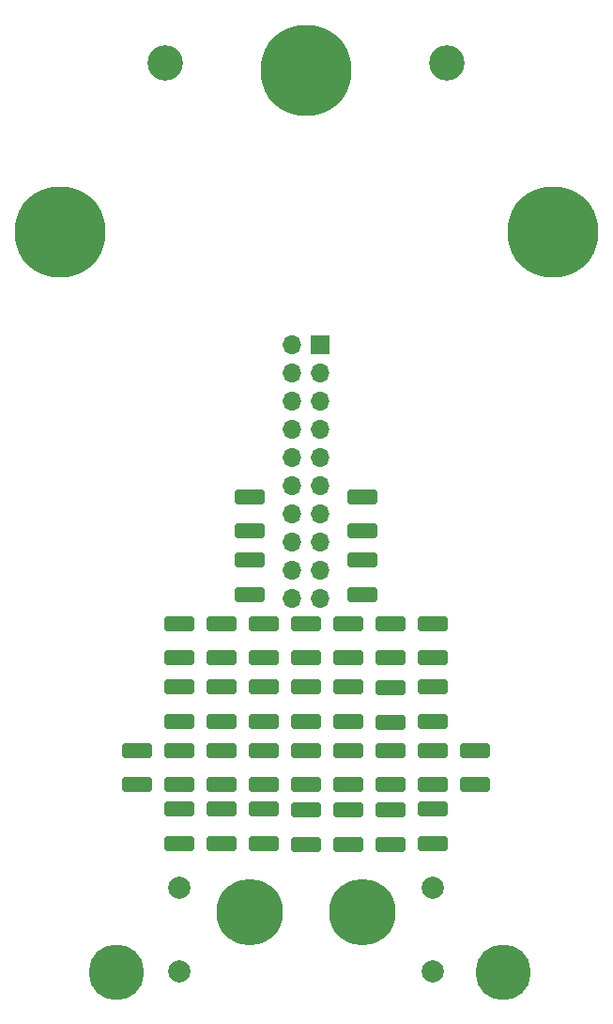
<source format=gbr>
%TF.GenerationSoftware,KiCad,Pcbnew,7.0.6*%
%TF.CreationDate,2023-12-21T21:59:25+03:00*%
%TF.ProjectId,_______ _____,21383b3e-3230-44f2-903f-3b3042302e6b,rev?*%
%TF.SameCoordinates,Original*%
%TF.FileFunction,Soldermask,Bot*%
%TF.FilePolarity,Negative*%
%FSLAX46Y46*%
G04 Gerber Fmt 4.6, Leading zero omitted, Abs format (unit mm)*
G04 Created by KiCad (PCBNEW 7.0.6) date 2023-12-21 21:59:25*
%MOMM*%
%LPD*%
G01*
G04 APERTURE LIST*
G04 Aperture macros list*
%AMRoundRect*
0 Rectangle with rounded corners*
0 $1 Rounding radius*
0 $2 $3 $4 $5 $6 $7 $8 $9 X,Y pos of 4 corners*
0 Add a 4 corners polygon primitive as box body*
4,1,4,$2,$3,$4,$5,$6,$7,$8,$9,$2,$3,0*
0 Add four circle primitives for the rounded corners*
1,1,$1+$1,$2,$3*
1,1,$1+$1,$4,$5*
1,1,$1+$1,$6,$7*
1,1,$1+$1,$8,$9*
0 Add four rect primitives between the rounded corners*
20,1,$1+$1,$2,$3,$4,$5,0*
20,1,$1+$1,$4,$5,$6,$7,0*
20,1,$1+$1,$6,$7,$8,$9,0*
20,1,$1+$1,$8,$9,$2,$3,0*%
G04 Aperture macros list end*
%ADD10C,5.000000*%
%ADD11C,8.200000*%
%ADD12C,6.000000*%
%ADD13R,1.700000X1.700000*%
%ADD14O,1.700000X1.700000*%
%ADD15C,2.000000*%
%ADD16C,3.200000*%
%ADD17RoundRect,0.250000X-1.100000X0.412500X-1.100000X-0.412500X1.100000X-0.412500X1.100000X0.412500X0*%
%ADD18RoundRect,0.250000X1.100000X-0.412500X1.100000X0.412500X-1.100000X0.412500X-1.100000X-0.412500X0*%
G04 APERTURE END LIST*
D10*
%TO.C,J8*%
X132222240Y-124898250D03*
%TD*%
%TO.C,J2*%
X167147240Y-124898250D03*
%TD*%
D11*
%TO.C,J4*%
X127142240Y-58223250D03*
%TD*%
%TO.C,J1*%
X171592240Y-58223250D03*
%TD*%
D12*
%TO.C,J6*%
X144287240Y-119483250D03*
%TD*%
D13*
%TO.C,J7*%
X150637240Y-68383250D03*
D14*
X148097240Y-68383250D03*
X150637240Y-70923250D03*
X148097240Y-70923250D03*
X150637240Y-73463250D03*
X148097240Y-73463250D03*
X150637240Y-76003250D03*
X148097240Y-76003250D03*
X150637240Y-78543250D03*
X148097240Y-78543250D03*
X150637240Y-81083250D03*
X148097240Y-81083250D03*
X150637240Y-83623250D03*
X148097240Y-83623250D03*
X150637240Y-86163250D03*
X148097240Y-86163250D03*
X150637240Y-88703250D03*
X148097240Y-88703250D03*
X150637240Y-91243250D03*
X148097240Y-91243250D03*
%TD*%
D11*
%TO.C,J3*%
X149367240Y-43618250D03*
%TD*%
D15*
%TO.C,C44*%
X160797240Y-124838250D03*
X160797240Y-117338250D03*
%TD*%
D12*
%TO.C,J5*%
X154447240Y-119483250D03*
%TD*%
D16*
%TO.C,H1*%
X162067240Y-42983250D03*
%TD*%
D15*
%TO.C,C45*%
X137937240Y-117338250D03*
X137937240Y-124838250D03*
%TD*%
D16*
%TO.C,H2*%
X136667240Y-42983250D03*
%TD*%
D17*
%TO.C,C6*%
X145557240Y-93490750D03*
X145557240Y-96615750D03*
%TD*%
D18*
%TO.C,C4*%
X153177240Y-102330750D03*
X153177240Y-99205750D03*
%TD*%
D17*
%TO.C,C39*%
X164607240Y-104920750D03*
X164607240Y-108045750D03*
%TD*%
D18*
%TO.C,C9*%
X149367240Y-102330750D03*
X149367240Y-99205750D03*
%TD*%
D17*
%TO.C,C21*%
X153177240Y-93490750D03*
X153177240Y-96615750D03*
%TD*%
D18*
%TO.C,C28*%
X137937240Y-102330750D03*
X137937240Y-99205750D03*
%TD*%
D17*
%TO.C,C24*%
X137937240Y-104920750D03*
X137937240Y-108045750D03*
%TD*%
D18*
%TO.C,C19*%
X156987240Y-113418250D03*
X156987240Y-110293250D03*
%TD*%
D17*
%TO.C,C12*%
X134127240Y-104920750D03*
X134127240Y-108045750D03*
%TD*%
D18*
%TO.C,C27*%
X137937240Y-113368250D03*
X137937240Y-110243250D03*
%TD*%
D17*
%TO.C,C42*%
X156987240Y-93490750D03*
X156987240Y-96615750D03*
%TD*%
%TO.C,C32*%
X160797240Y-104920750D03*
X160797240Y-108045750D03*
%TD*%
%TO.C,C41*%
X156987240Y-104920750D03*
X156987240Y-108045750D03*
%TD*%
%TO.C,C34*%
X154447240Y-87775750D03*
X154447240Y-90900750D03*
%TD*%
D18*
%TO.C,C15*%
X160797240Y-113368250D03*
X160797240Y-110243250D03*
%TD*%
%TO.C,C23*%
X160797240Y-102330750D03*
X160797240Y-99205750D03*
%TD*%
D17*
%TO.C,C13*%
X144287240Y-87775750D03*
X144287240Y-90900750D03*
%TD*%
D18*
%TO.C,C40*%
X145557240Y-113368250D03*
X145557240Y-110243250D03*
%TD*%
%TO.C,C33*%
X149367240Y-113418250D03*
X149367240Y-110293250D03*
%TD*%
D17*
%TO.C,C18*%
X145557240Y-104920750D03*
X145557240Y-108045750D03*
%TD*%
D18*
%TO.C,C38*%
X144287240Y-85185750D03*
X144287240Y-82060750D03*
%TD*%
D17*
%TO.C,C8*%
X149367240Y-93490750D03*
X149367240Y-96615750D03*
%TD*%
D18*
%TO.C,C16*%
X141747240Y-102330750D03*
X141747240Y-99205750D03*
%TD*%
D17*
%TO.C,C37*%
X153177240Y-104920750D03*
X153177240Y-108045750D03*
%TD*%
%TO.C,C43*%
X149367240Y-104920750D03*
X149367240Y-108045750D03*
%TD*%
D18*
%TO.C,C35*%
X145557240Y-102330750D03*
X145557240Y-99205750D03*
%TD*%
D17*
%TO.C,C20*%
X160797240Y-93490750D03*
X160797240Y-96615750D03*
%TD*%
%TO.C,C2*%
X141747240Y-93490750D03*
X141747240Y-96615750D03*
%TD*%
%TO.C,C22*%
X137937240Y-93490750D03*
X137937240Y-96615750D03*
%TD*%
D18*
%TO.C,C7*%
X141747240Y-113368250D03*
X141747240Y-110243250D03*
%TD*%
%TO.C,C1*%
X156987240Y-102380750D03*
X156987240Y-99255750D03*
%TD*%
%TO.C,C36*%
X154447240Y-85185750D03*
X154447240Y-82060750D03*
%TD*%
%TO.C,C31*%
X153177240Y-113418250D03*
X153177240Y-110293250D03*
%TD*%
D17*
%TO.C,C30*%
X141747240Y-104920750D03*
X141747240Y-108045750D03*
%TD*%
M02*

</source>
